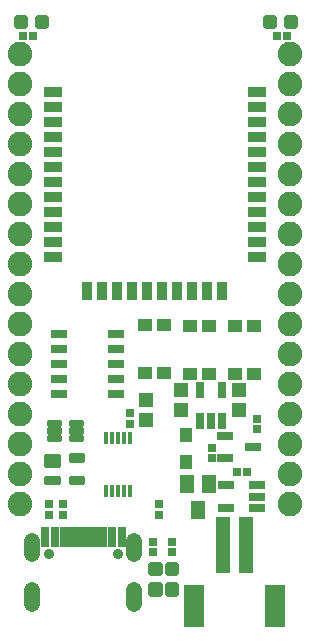
<source format=gbr>
G04 EAGLE Gerber RS-274X export*
G75*
%MOMM*%
%FSLAX34Y34*%
%LPD*%
%INSoldermask Top*%
%IPPOS*%
%AMOC8*
5,1,8,0,0,1.08239X$1,22.5*%
G01*
%ADD10R,0.753200X1.403200*%
%ADD11R,1.203200X4.803200*%
%ADD12R,1.803200X3.603200*%
%ADD13R,1.203200X1.103200*%
%ADD14C,0.505344*%
%ADD15R,0.743200X0.803200*%
%ADD16R,1.203200X1.303200*%
%ADD17R,0.803200X0.743200*%
%ADD18R,0.803200X1.653200*%
%ADD19R,0.503200X1.653200*%
%ADD20C,1.361200*%
%ADD21C,0.903200*%
%ADD22C,0.404144*%
%ADD23R,1.625600X0.914400*%
%ADD24R,0.914400X1.625600*%
%ADD25C,2.082800*%
%ADD26C,0.453416*%
%ADD27C,0.349006*%
%ADD28R,1.003200X1.203200*%
%ADD29R,1.203200X1.603200*%
%ADD30R,1.403200X0.753200*%
%ADD31R,1.473200X0.711200*%
%ADD32R,1.320800X0.685800*%
%ADD33R,0.400000X1.100000*%


D10*
X162500Y175999D03*
X172000Y175999D03*
X181500Y175999D03*
X181500Y202001D03*
X162500Y202001D03*
D11*
X202000Y71000D03*
X182000Y71000D03*
D12*
X226000Y19000D03*
X158000Y19000D03*
D13*
X192000Y256500D03*
X208000Y256500D03*
X208000Y215500D03*
X192000Y215500D03*
X154000Y256500D03*
X170000Y256500D03*
X170000Y215500D03*
X154000Y215500D03*
D14*
X14720Y510510D02*
X14720Y517490D01*
X14720Y510510D02*
X7740Y510510D01*
X7740Y517490D01*
X14720Y517490D01*
X14720Y515310D02*
X7740Y515310D01*
X32260Y517490D02*
X32260Y510510D01*
X25280Y510510D01*
X25280Y517490D01*
X32260Y517490D01*
X32260Y515310D02*
X25280Y515310D01*
X236280Y517490D02*
X236280Y510510D01*
X236280Y517490D02*
X243260Y517490D01*
X243260Y510510D01*
X236280Y510510D01*
X236280Y515310D02*
X243260Y515310D01*
X218740Y517490D02*
X218740Y510510D01*
X218740Y517490D02*
X225720Y517490D01*
X225720Y510510D01*
X218740Y510510D01*
X218740Y515310D02*
X225720Y515310D01*
D15*
X227680Y502000D03*
X236320Y502000D03*
X21320Y502000D03*
X12680Y502000D03*
D16*
X195500Y185500D03*
X195500Y202500D03*
X146500Y202500D03*
X146500Y185500D03*
D17*
X103000Y173680D03*
X103000Y182320D03*
D16*
X117000Y193500D03*
X117000Y176500D03*
D13*
X132000Y216500D03*
X116000Y216500D03*
X116000Y257500D03*
X132000Y257500D03*
D17*
X211200Y177820D03*
X211200Y169180D03*
D18*
X31500Y77950D03*
X39500Y77950D03*
D19*
X61500Y77950D03*
X56500Y77950D03*
X51500Y77950D03*
X46500Y77950D03*
X66500Y77950D03*
X71500Y77950D03*
X76500Y77950D03*
X81500Y77950D03*
D18*
X88500Y77950D03*
X96500Y77950D03*
D20*
X20800Y74590D02*
X20800Y63010D01*
X107200Y63010D02*
X107200Y74590D01*
X20800Y32790D02*
X20800Y21210D01*
X107200Y21210D02*
X107200Y32790D01*
D21*
X35100Y63500D03*
X92900Y63500D03*
D17*
X47000Y105320D03*
X47000Y96680D03*
D22*
X43646Y173504D02*
X34754Y173504D01*
X34754Y175496D01*
X43646Y175496D01*
X43646Y173504D01*
X43646Y167004D02*
X34754Y167004D01*
X34754Y168996D01*
X43646Y168996D01*
X43646Y167004D01*
X43646Y160504D02*
X34754Y160504D01*
X34754Y162496D01*
X43646Y162496D01*
X43646Y160504D01*
X53154Y162496D02*
X62046Y162496D01*
X62046Y160504D01*
X53154Y160504D01*
X53154Y162496D01*
X53154Y168996D02*
X62046Y168996D01*
X62046Y167004D01*
X53154Y167004D01*
X53154Y168996D01*
X53154Y175496D02*
X62046Y175496D01*
X62046Y173504D01*
X53154Y173504D01*
X53154Y175496D01*
D14*
X121510Y36720D02*
X128490Y36720D01*
X128490Y29740D01*
X121510Y29740D01*
X121510Y36720D01*
X121510Y34540D02*
X128490Y34540D01*
X128490Y54260D02*
X121510Y54260D01*
X128490Y54260D02*
X128490Y47280D01*
X121510Y47280D01*
X121510Y54260D01*
X121510Y52080D02*
X128490Y52080D01*
D17*
X123000Y73320D03*
X123000Y64680D03*
D23*
X210588Y314473D03*
X210588Y327173D03*
X210588Y339873D03*
X210588Y352573D03*
X210588Y365273D03*
X210588Y377973D03*
X210588Y390673D03*
X210588Y403373D03*
X210588Y416073D03*
X210588Y428773D03*
X210588Y441473D03*
X210588Y454173D03*
X37911Y314602D03*
X37911Y327302D03*
X37911Y340002D03*
X37911Y352702D03*
X37911Y365402D03*
X37911Y378102D03*
X37911Y390802D03*
X37911Y403502D03*
X37911Y416202D03*
X37911Y428902D03*
X37911Y441602D03*
X37911Y454302D03*
D24*
X168907Y285780D03*
X156207Y285780D03*
X143507Y285780D03*
X130807Y285780D03*
X118107Y285780D03*
X105407Y285780D03*
X92707Y285780D03*
X80007Y285780D03*
X67307Y285780D03*
X181381Y285763D03*
D25*
X10000Y106000D03*
X10000Y131400D03*
X10000Y156800D03*
X10000Y182200D03*
X10000Y207600D03*
X10000Y233000D03*
X10000Y258400D03*
X10000Y283800D03*
X10000Y309200D03*
X10000Y334600D03*
X10000Y360000D03*
X10000Y385400D03*
X10000Y410800D03*
X10000Y436200D03*
X10000Y461600D03*
X10000Y487000D03*
X239000Y106000D03*
X239000Y131400D03*
X239000Y156800D03*
X239000Y182200D03*
X239000Y207600D03*
X239000Y233000D03*
X239000Y258400D03*
X239000Y283800D03*
X239000Y309200D03*
X239000Y334600D03*
X239000Y360000D03*
X239000Y385400D03*
X239000Y410800D03*
X239000Y436200D03*
X239000Y461600D03*
X239000Y487000D03*
D26*
X42399Y138901D02*
X32501Y138901D01*
X32501Y146299D01*
X42399Y146299D01*
X42399Y138901D01*
X42399Y143208D02*
X32501Y143208D01*
D27*
X31979Y123179D02*
X42921Y123179D01*
X31979Y123179D02*
X31979Y127621D01*
X42921Y127621D01*
X42921Y123179D01*
X42921Y126494D02*
X31979Y126494D01*
X53079Y123179D02*
X64021Y123179D01*
X53079Y123179D02*
X53079Y127621D01*
X64021Y127621D01*
X64021Y123179D01*
X64021Y126494D02*
X53079Y126494D01*
X53079Y142379D02*
X64021Y142379D01*
X53079Y142379D02*
X53079Y146821D01*
X64021Y146821D01*
X64021Y142379D01*
X64021Y145694D02*
X53079Y145694D01*
D28*
X151000Y164500D03*
X151000Y141500D03*
D29*
X161000Y101000D03*
X151500Y123000D03*
X170500Y123000D03*
D17*
X127700Y105320D03*
X127700Y96680D03*
D30*
X211001Y102500D03*
X211001Y112000D03*
X211001Y121500D03*
X184999Y121500D03*
X184999Y102500D03*
D15*
X193680Y133000D03*
X202320Y133000D03*
D17*
X139000Y64680D03*
X139000Y73320D03*
D14*
X135510Y36720D02*
X142490Y36720D01*
X142490Y29740D01*
X135510Y29740D01*
X135510Y36720D01*
X135510Y34540D02*
X142490Y34540D01*
X142490Y54260D02*
X135510Y54260D01*
X142490Y54260D02*
X142490Y47280D01*
X135510Y47280D01*
X135510Y54260D01*
X135510Y52080D02*
X142490Y52080D01*
D31*
X91130Y224000D03*
X91130Y211300D03*
X91130Y198600D03*
X91130Y236700D03*
X91130Y249400D03*
X42870Y249400D03*
X42870Y236700D03*
X42870Y224000D03*
X42870Y211300D03*
X42870Y198600D03*
D32*
X183662Y163500D03*
X183662Y144500D03*
X207538Y154000D03*
D17*
X34900Y105420D03*
X34900Y96780D03*
X172500Y153220D03*
X172500Y144580D03*
D33*
X103500Y161900D03*
X98500Y161900D03*
X93500Y161900D03*
X88500Y161900D03*
X83500Y161900D03*
X83500Y116900D03*
X88500Y116900D03*
X93500Y116900D03*
X98500Y116900D03*
X103500Y116900D03*
M02*

</source>
